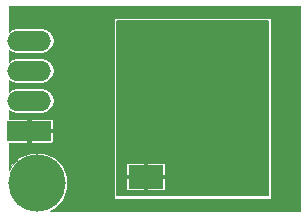
<source format=gbr>
G04 #@! TF.FileFunction,Copper,L2,Bot,Signal*
%FSLAX46Y46*%
G04 Gerber Fmt 4.6, Leading zero omitted, Abs format (unit mm)*
G04 Created by KiCad (PCBNEW 4.0.2+dfsg1-stable) date søn 29 jan 2017 20:42:55 CET*
%MOMM*%
G01*
G04 APERTURE LIST*
%ADD10C,0.100000*%
%ADD11R,3.000000X2.000000*%
%ADD12R,3.700000X1.727200*%
%ADD13O,3.700000X1.727200*%
%ADD14C,4.850000*%
%ADD15C,0.200000*%
G04 APERTURE END LIST*
D10*
D11*
X11811000Y3048000D03*
D12*
X1905000Y6985000D03*
D13*
X1905000Y9525000D03*
X1905000Y12065000D03*
X1905000Y14605000D03*
D14*
X2540000Y2540000D03*
D10*
G36*
X24819000Y200000D02*
X3672148Y200000D01*
X4008029Y338783D01*
X4738651Y1068131D01*
X5134549Y2021558D01*
X5135449Y3053913D01*
X4741217Y4008029D01*
X4011869Y4738651D01*
X3058442Y5134549D01*
X2026087Y5135449D01*
X1071971Y4741217D01*
X341349Y4011869D01*
X200000Y3671463D01*
X200000Y5963400D01*
X1711500Y5963400D01*
X1751000Y6002900D01*
X1751000Y6831000D01*
X2059000Y6831000D01*
X2059000Y6002900D01*
X2098500Y5963400D01*
X3786428Y5963400D01*
X3844500Y5987454D01*
X3888946Y6031900D01*
X3913000Y6089972D01*
X3913000Y6791500D01*
X3873500Y6831000D01*
X2059000Y6831000D01*
X1751000Y6831000D01*
X1731000Y6831000D01*
X1731000Y7139000D01*
X1751000Y7139000D01*
X1751000Y7967100D01*
X2059000Y7967100D01*
X2059000Y7139000D01*
X3873500Y7139000D01*
X3913000Y7178500D01*
X3913000Y7880028D01*
X3888946Y7938100D01*
X3844500Y7982546D01*
X3786428Y8006600D01*
X2098500Y8006600D01*
X2059000Y7967100D01*
X1751000Y7967100D01*
X1711500Y8006600D01*
X200000Y8006600D01*
X200000Y8759496D01*
X483484Y8570078D01*
X879026Y8491400D01*
X2930974Y8491400D01*
X3326516Y8570078D01*
X3661840Y8794134D01*
X3885896Y9129458D01*
X3964574Y9525000D01*
X3885896Y9920542D01*
X3661840Y10255866D01*
X3326516Y10479922D01*
X2930974Y10558600D01*
X879026Y10558600D01*
X483484Y10479922D01*
X200000Y10290504D01*
X200000Y11299496D01*
X483484Y11110078D01*
X879026Y11031400D01*
X2930974Y11031400D01*
X3326516Y11110078D01*
X3661840Y11334134D01*
X3885896Y11669458D01*
X3964574Y12065000D01*
X3885896Y12460542D01*
X3661840Y12795866D01*
X3326516Y13019922D01*
X2930974Y13098600D01*
X879026Y13098600D01*
X483484Y13019922D01*
X200000Y12830504D01*
X200000Y13839496D01*
X483484Y13650078D01*
X879026Y13571400D01*
X2930974Y13571400D01*
X3326516Y13650078D01*
X3661840Y13874134D01*
X3885896Y14209458D01*
X3964574Y14605000D01*
X3885896Y15000542D01*
X3661840Y15335866D01*
X3326516Y15559922D01*
X2930974Y15638600D01*
X879026Y15638600D01*
X483484Y15559922D01*
X200000Y15370504D01*
X200000Y16510000D01*
X9094000Y16510000D01*
X9094000Y1270000D01*
X9097939Y1250547D01*
X9109136Y1234160D01*
X9125827Y1223419D01*
X9144000Y1220000D01*
X22352000Y1220000D01*
X22371453Y1223939D01*
X22387840Y1235136D01*
X22398581Y1251827D01*
X22402000Y1270000D01*
X22402000Y16510000D01*
X22398061Y16529453D01*
X22386864Y16545840D01*
X22370173Y16556581D01*
X22352000Y16560000D01*
X9144000Y16560000D01*
X9124547Y16556061D01*
X9108160Y16544864D01*
X9097419Y16528173D01*
X9094000Y16510000D01*
X200000Y16510000D01*
X200000Y17580000D01*
X24819000Y17580000D01*
X24819000Y200000D01*
X24819000Y200000D01*
G37*
X24819000Y200000D02*
X3672148Y200000D01*
X4008029Y338783D01*
X4738651Y1068131D01*
X5134549Y2021558D01*
X5135449Y3053913D01*
X4741217Y4008029D01*
X4011869Y4738651D01*
X3058442Y5134549D01*
X2026087Y5135449D01*
X1071971Y4741217D01*
X341349Y4011869D01*
X200000Y3671463D01*
X200000Y5963400D01*
X1711500Y5963400D01*
X1751000Y6002900D01*
X1751000Y6831000D01*
X2059000Y6831000D01*
X2059000Y6002900D01*
X2098500Y5963400D01*
X3786428Y5963400D01*
X3844500Y5987454D01*
X3888946Y6031900D01*
X3913000Y6089972D01*
X3913000Y6791500D01*
X3873500Y6831000D01*
X2059000Y6831000D01*
X1751000Y6831000D01*
X1731000Y6831000D01*
X1731000Y7139000D01*
X1751000Y7139000D01*
X1751000Y7967100D01*
X2059000Y7967100D01*
X2059000Y7139000D01*
X3873500Y7139000D01*
X3913000Y7178500D01*
X3913000Y7880028D01*
X3888946Y7938100D01*
X3844500Y7982546D01*
X3786428Y8006600D01*
X2098500Y8006600D01*
X2059000Y7967100D01*
X1751000Y7967100D01*
X1711500Y8006600D01*
X200000Y8006600D01*
X200000Y8759496D01*
X483484Y8570078D01*
X879026Y8491400D01*
X2930974Y8491400D01*
X3326516Y8570078D01*
X3661840Y8794134D01*
X3885896Y9129458D01*
X3964574Y9525000D01*
X3885896Y9920542D01*
X3661840Y10255866D01*
X3326516Y10479922D01*
X2930974Y10558600D01*
X879026Y10558600D01*
X483484Y10479922D01*
X200000Y10290504D01*
X200000Y11299496D01*
X483484Y11110078D01*
X879026Y11031400D01*
X2930974Y11031400D01*
X3326516Y11110078D01*
X3661840Y11334134D01*
X3885896Y11669458D01*
X3964574Y12065000D01*
X3885896Y12460542D01*
X3661840Y12795866D01*
X3326516Y13019922D01*
X2930974Y13098600D01*
X879026Y13098600D01*
X483484Y13019922D01*
X200000Y12830504D01*
X200000Y13839496D01*
X483484Y13650078D01*
X879026Y13571400D01*
X2930974Y13571400D01*
X3326516Y13650078D01*
X3661840Y13874134D01*
X3885896Y14209458D01*
X3964574Y14605000D01*
X3885896Y15000542D01*
X3661840Y15335866D01*
X3326516Y15559922D01*
X2930974Y15638600D01*
X879026Y15638600D01*
X483484Y15559922D01*
X200000Y15370504D01*
X200000Y16510000D01*
X9094000Y16510000D01*
X9094000Y1270000D01*
X9097939Y1250547D01*
X9109136Y1234160D01*
X9125827Y1223419D01*
X9144000Y1220000D01*
X22352000Y1220000D01*
X22371453Y1223939D01*
X22387840Y1235136D01*
X22398581Y1251827D01*
X22402000Y1270000D01*
X22402000Y16510000D01*
X22398061Y16529453D01*
X22386864Y16545840D01*
X22370173Y16556581D01*
X22352000Y16560000D01*
X9144000Y16560000D01*
X9124547Y16556061D01*
X9108160Y16544864D01*
X9097419Y16528173D01*
X9094000Y16510000D01*
X200000Y16510000D01*
X200000Y17580000D01*
X24819000Y17580000D01*
X24819000Y200000D01*
D15*
G36*
X22125000Y1497000D02*
X9371000Y1497000D01*
X9371000Y2892000D01*
X10103000Y2892000D01*
X10103000Y2006626D01*
X10134666Y1930178D01*
X10193177Y1871666D01*
X10269626Y1840000D01*
X11655000Y1840000D01*
X11707000Y1892000D01*
X11707000Y2944000D01*
X11915000Y2944000D01*
X11915000Y1892000D01*
X11967000Y1840000D01*
X13352374Y1840000D01*
X13428823Y1871666D01*
X13487334Y1930178D01*
X13519000Y2006626D01*
X13519000Y2892000D01*
X13467000Y2944000D01*
X11915000Y2944000D01*
X11707000Y2944000D01*
X10155000Y2944000D01*
X10103000Y2892000D01*
X9371000Y2892000D01*
X9371000Y4089374D01*
X10103000Y4089374D01*
X10103000Y3204000D01*
X10155000Y3152000D01*
X11707000Y3152000D01*
X11707000Y4204000D01*
X11915000Y4204000D01*
X11915000Y3152000D01*
X13467000Y3152000D01*
X13519000Y3204000D01*
X13519000Y4089374D01*
X13487334Y4165822D01*
X13428823Y4224334D01*
X13352374Y4256000D01*
X11967000Y4256000D01*
X11915000Y4204000D01*
X11707000Y4204000D01*
X11655000Y4256000D01*
X10269626Y4256000D01*
X10193177Y4224334D01*
X10134666Y4165822D01*
X10103000Y4089374D01*
X9371000Y4089374D01*
X9371000Y16283000D01*
X22125000Y16283000D01*
X22125000Y1497000D01*
X22125000Y1497000D01*
G37*
X22125000Y1497000D02*
X9371000Y1497000D01*
X9371000Y2892000D01*
X10103000Y2892000D01*
X10103000Y2006626D01*
X10134666Y1930178D01*
X10193177Y1871666D01*
X10269626Y1840000D01*
X11655000Y1840000D01*
X11707000Y1892000D01*
X11707000Y2944000D01*
X11915000Y2944000D01*
X11915000Y1892000D01*
X11967000Y1840000D01*
X13352374Y1840000D01*
X13428823Y1871666D01*
X13487334Y1930178D01*
X13519000Y2006626D01*
X13519000Y2892000D01*
X13467000Y2944000D01*
X11915000Y2944000D01*
X11707000Y2944000D01*
X10155000Y2944000D01*
X10103000Y2892000D01*
X9371000Y2892000D01*
X9371000Y4089374D01*
X10103000Y4089374D01*
X10103000Y3204000D01*
X10155000Y3152000D01*
X11707000Y3152000D01*
X11707000Y4204000D01*
X11915000Y4204000D01*
X11915000Y3152000D01*
X13467000Y3152000D01*
X13519000Y3204000D01*
X13519000Y4089374D01*
X13487334Y4165822D01*
X13428823Y4224334D01*
X13352374Y4256000D01*
X11967000Y4256000D01*
X11915000Y4204000D01*
X11707000Y4204000D01*
X11655000Y4256000D01*
X10269626Y4256000D01*
X10193177Y4224334D01*
X10134666Y4165822D01*
X10103000Y4089374D01*
X9371000Y4089374D01*
X9371000Y16283000D01*
X22125000Y16283000D01*
X22125000Y1497000D01*
M02*

</source>
